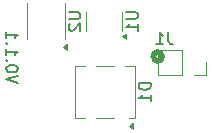
<source format=gbr>
%TF.GenerationSoftware,KiCad,Pcbnew,8.0.1-rc1*%
%TF.CreationDate,2024-05-21T21:17:26-06:00*%
%TF.ProjectId,screamer,73637265-616d-4657-922e-6b696361645f,V0.1.1*%
%TF.SameCoordinates,Original*%
%TF.FileFunction,Legend,Bot*%
%TF.FilePolarity,Positive*%
%FSLAX46Y46*%
G04 Gerber Fmt 4.6, Leading zero omitted, Abs format (unit mm)*
G04 Created by KiCad (PCBNEW 8.0.1-rc1) date 2024-05-21 21:17:26*
%MOMM*%
%LPD*%
G01*
G04 APERTURE LIST*
%ADD10C,0.200000*%
%ADD11C,0.150000*%
%ADD12C,0.508000*%
%ADD13C,0.120000*%
G04 APERTURE END LIST*
D10*
X151632780Y-94773183D02*
X150632780Y-94439850D01*
X150632780Y-94439850D02*
X151632780Y-94106517D01*
X151632780Y-93582707D02*
X151632780Y-93487469D01*
X151632780Y-93487469D02*
X151585161Y-93392231D01*
X151585161Y-93392231D02*
X151537542Y-93344612D01*
X151537542Y-93344612D02*
X151442304Y-93296993D01*
X151442304Y-93296993D02*
X151251828Y-93249374D01*
X151251828Y-93249374D02*
X151013733Y-93249374D01*
X151013733Y-93249374D02*
X150823257Y-93296993D01*
X150823257Y-93296993D02*
X150728019Y-93344612D01*
X150728019Y-93344612D02*
X150680400Y-93392231D01*
X150680400Y-93392231D02*
X150632780Y-93487469D01*
X150632780Y-93487469D02*
X150632780Y-93582707D01*
X150632780Y-93582707D02*
X150680400Y-93677945D01*
X150680400Y-93677945D02*
X150728019Y-93725564D01*
X150728019Y-93725564D02*
X150823257Y-93773183D01*
X150823257Y-93773183D02*
X151013733Y-93820802D01*
X151013733Y-93820802D02*
X151251828Y-93820802D01*
X151251828Y-93820802D02*
X151442304Y-93773183D01*
X151442304Y-93773183D02*
X151537542Y-93725564D01*
X151537542Y-93725564D02*
X151585161Y-93677945D01*
X151585161Y-93677945D02*
X151632780Y-93582707D01*
X150728019Y-92820802D02*
X150680400Y-92773183D01*
X150680400Y-92773183D02*
X150632780Y-92820802D01*
X150632780Y-92820802D02*
X150680400Y-92868421D01*
X150680400Y-92868421D02*
X150728019Y-92820802D01*
X150728019Y-92820802D02*
X150632780Y-92820802D01*
X150632780Y-91820803D02*
X150632780Y-92392231D01*
X150632780Y-92106517D02*
X151632780Y-92106517D01*
X151632780Y-92106517D02*
X151489923Y-92201755D01*
X151489923Y-92201755D02*
X151394685Y-92296993D01*
X151394685Y-92296993D02*
X151347066Y-92392231D01*
X150728019Y-91392231D02*
X150680400Y-91344612D01*
X150680400Y-91344612D02*
X150632780Y-91392231D01*
X150632780Y-91392231D02*
X150680400Y-91439850D01*
X150680400Y-91439850D02*
X150728019Y-91392231D01*
X150728019Y-91392231D02*
X150632780Y-91392231D01*
X150632780Y-90392232D02*
X150632780Y-90963660D01*
X150632780Y-90677946D02*
X151632780Y-90677946D01*
X151632780Y-90677946D02*
X151489923Y-90773184D01*
X151489923Y-90773184D02*
X151394685Y-90868422D01*
X151394685Y-90868422D02*
X151347066Y-90963660D01*
D11*
X155904819Y-88738095D02*
X156714342Y-88738095D01*
X156714342Y-88738095D02*
X156809580Y-88785714D01*
X156809580Y-88785714D02*
X156857200Y-88833333D01*
X156857200Y-88833333D02*
X156904819Y-88928571D01*
X156904819Y-88928571D02*
X156904819Y-89119047D01*
X156904819Y-89119047D02*
X156857200Y-89214285D01*
X156857200Y-89214285D02*
X156809580Y-89261904D01*
X156809580Y-89261904D02*
X156714342Y-89309523D01*
X156714342Y-89309523D02*
X155904819Y-89309523D01*
X156000057Y-89738095D02*
X155952438Y-89785714D01*
X155952438Y-89785714D02*
X155904819Y-89880952D01*
X155904819Y-89880952D02*
X155904819Y-90119047D01*
X155904819Y-90119047D02*
X155952438Y-90214285D01*
X155952438Y-90214285D02*
X156000057Y-90261904D01*
X156000057Y-90261904D02*
X156095295Y-90309523D01*
X156095295Y-90309523D02*
X156190533Y-90309523D01*
X156190533Y-90309523D02*
X156333390Y-90261904D01*
X156333390Y-90261904D02*
X156904819Y-89690476D01*
X156904819Y-89690476D02*
X156904819Y-90309523D01*
X160767319Y-88738095D02*
X161576842Y-88738095D01*
X161576842Y-88738095D02*
X161672080Y-88785714D01*
X161672080Y-88785714D02*
X161719700Y-88833333D01*
X161719700Y-88833333D02*
X161767319Y-88928571D01*
X161767319Y-88928571D02*
X161767319Y-89119047D01*
X161767319Y-89119047D02*
X161719700Y-89214285D01*
X161719700Y-89214285D02*
X161672080Y-89261904D01*
X161672080Y-89261904D02*
X161576842Y-89309523D01*
X161576842Y-89309523D02*
X160767319Y-89309523D01*
X161767319Y-90309523D02*
X161767319Y-89738095D01*
X161767319Y-90023809D02*
X160767319Y-90023809D01*
X160767319Y-90023809D02*
X160910176Y-89928571D01*
X160910176Y-89928571D02*
X161005414Y-89833333D01*
X161005414Y-89833333D02*
X161053033Y-89738095D01*
X164333333Y-90454819D02*
X164333333Y-91169104D01*
X164333333Y-91169104D02*
X164380952Y-91311961D01*
X164380952Y-91311961D02*
X164476190Y-91407200D01*
X164476190Y-91407200D02*
X164619047Y-91454819D01*
X164619047Y-91454819D02*
X164714285Y-91454819D01*
X163333333Y-91454819D02*
X163904761Y-91454819D01*
X163619047Y-91454819D02*
X163619047Y-90454819D01*
X163619047Y-90454819D02*
X163714285Y-90597676D01*
X163714285Y-90597676D02*
X163809523Y-90692914D01*
X163809523Y-90692914D02*
X163904761Y-90740533D01*
X162849819Y-94766905D02*
X161849819Y-94766905D01*
X161849819Y-94766905D02*
X161849819Y-95005000D01*
X161849819Y-95005000D02*
X161897438Y-95147857D01*
X161897438Y-95147857D02*
X161992676Y-95243095D01*
X161992676Y-95243095D02*
X162087914Y-95290714D01*
X162087914Y-95290714D02*
X162278390Y-95338333D01*
X162278390Y-95338333D02*
X162421247Y-95338333D01*
X162421247Y-95338333D02*
X162611723Y-95290714D01*
X162611723Y-95290714D02*
X162706961Y-95243095D01*
X162706961Y-95243095D02*
X162802200Y-95147857D01*
X162802200Y-95147857D02*
X162849819Y-95005000D01*
X162849819Y-95005000D02*
X162849819Y-94766905D01*
X162849819Y-96290714D02*
X162849819Y-95719286D01*
X162849819Y-96005000D02*
X161849819Y-96005000D01*
X161849819Y-96005000D02*
X161992676Y-95909762D01*
X161992676Y-95909762D02*
X162087914Y-95814524D01*
X162087914Y-95814524D02*
X162135533Y-95719286D01*
D12*
%TO.C,BT1*%
X163838700Y-92500000D02*
G75*
G02*
X163076700Y-92500000I-381000J0D01*
G01*
X163076700Y-92500000D02*
G75*
G02*
X163838700Y-92500000I381000J0D01*
G01*
D13*
%TO.C,U2*%
X152390000Y-88000000D02*
X152390000Y-89500000D01*
X152390000Y-91000000D02*
X152390000Y-89500000D01*
X155610000Y-88000000D02*
X155610000Y-89500000D01*
X155610000Y-91000000D02*
X155610000Y-89500000D01*
X155765000Y-91952500D02*
X155435000Y-91712500D01*
X155765000Y-91472500D01*
X155765000Y-91952500D01*
G36*
X155765000Y-91952500D02*
G01*
X155435000Y-91712500D01*
X155765000Y-91472500D01*
X155765000Y-91952500D01*
G37*
%TO.C,U1*%
X157352500Y-88700000D02*
X157352500Y-89500000D01*
X157352500Y-90300000D02*
X157352500Y-89500000D01*
X160472500Y-88700000D02*
X160472500Y-89500000D01*
X160472500Y-90300000D02*
X160472500Y-89500000D01*
X160752500Y-91040000D02*
X160422500Y-90800000D01*
X160752500Y-90560000D01*
X160752500Y-91040000D01*
G36*
X160752500Y-91040000D02*
G01*
X160422500Y-90800000D01*
X160752500Y-90560000D01*
X160752500Y-91040000D01*
G37*
%TO.C,J1*%
X163440000Y-91940000D02*
X163440000Y-94060000D01*
X163440000Y-91940000D02*
X165500000Y-91940000D01*
X163440000Y-94060000D02*
X165500000Y-94060000D01*
X165500000Y-91940000D02*
X165500000Y-94060000D01*
X167560000Y-93000000D02*
X167560000Y-94060000D01*
X167560000Y-94060000D02*
X166500000Y-94060000D01*
%TO.C,D1*%
X156495000Y-93305000D02*
X157295000Y-93305000D01*
X156495000Y-97705000D02*
X156495000Y-93305000D01*
X157295000Y-97705000D02*
X156495000Y-97705000D01*
X158195000Y-93305000D02*
X159795000Y-93305000D01*
X158195000Y-97705000D02*
X159795000Y-97705000D01*
X160995000Y-97705000D02*
X161495000Y-97705000D01*
X161495000Y-93305000D02*
X160695000Y-93305000D01*
X161495000Y-97705000D02*
X161495000Y-93305000D01*
X161325000Y-98645000D02*
X160995000Y-98405000D01*
X161325000Y-98165000D01*
X161325000Y-98645000D01*
G36*
X161325000Y-98645000D02*
G01*
X160995000Y-98405000D01*
X161325000Y-98165000D01*
X161325000Y-98645000D01*
G37*
%TD*%
M02*

</source>
